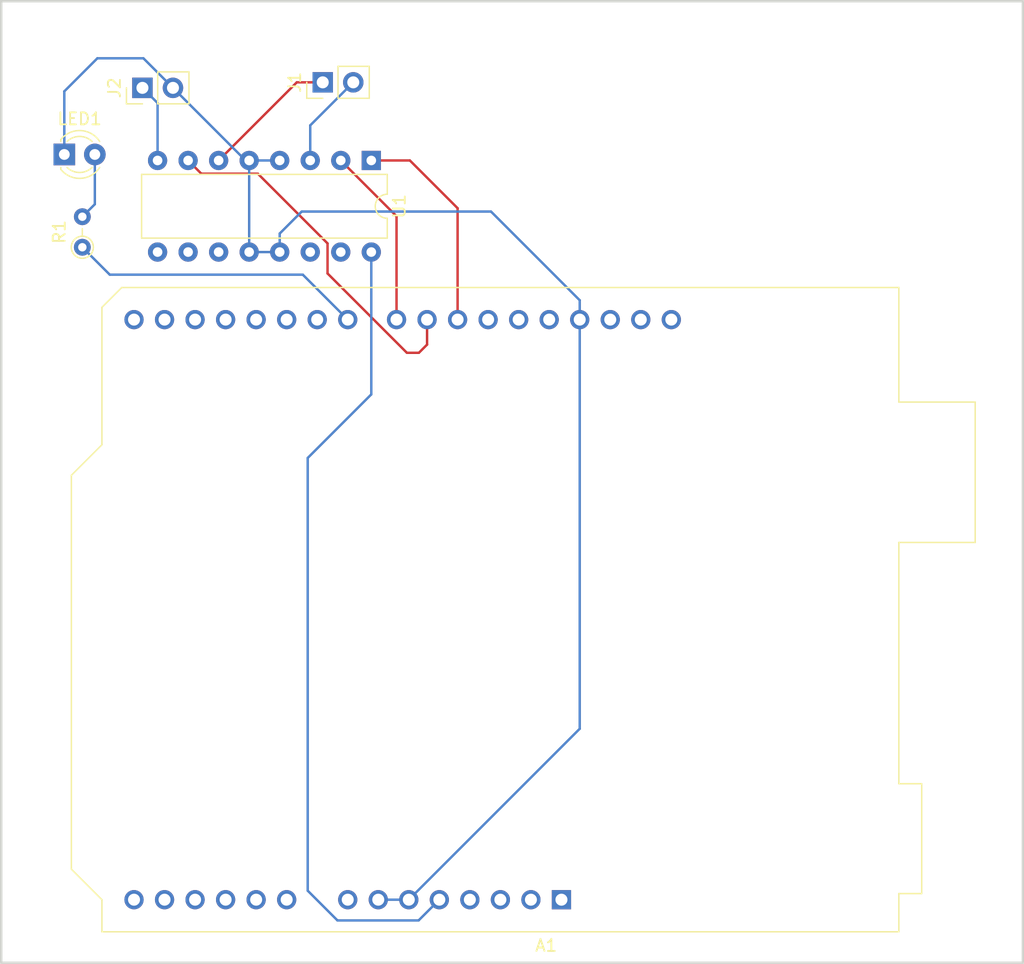
<source format=kicad_pcb>
(kicad_pcb (version 20240108) (generator "pcbnew") (generator_version "8.0")
  (layers (0 "F.Cu" signal) (31 "B.Cu" signal) (34 "B.Paste" user) (35 "F.Paste" user) (36 "B.SilkS" user "B.Silkscreen") (37 "F.SilkS" user "F.Silkscreen") (38 "B.Mask" user) (39 "F.Mask" user) (44 "Edge.Cuts" user))
  (net 0 "")
  (net 1 "Net-(A1-D8)")
  (net 10 "GND")
  (net 15 "Net-(A1-+5V)")
  (net 17 "Net-(A1-D9)")
  (net 20 "Net-(A1-D10)")
  (net 25 "Net-(A1-D7)")
  (net 31 "Motor terminal 1")
  (net 32 "Motor terminal 2")
  (net 33 "+9V")
  (net 34 "Net-(LED1-A)")
  (footprint "Connector_PinHeader_2.54mm:PinHeader_1x02_P2.54mm_Vertical" (layer "F.Cu") (at 75.315 24.63 90)
    (property "Reference" "J1" (at 0 -2.33 90) (layer "F.SilkS"))
    (property "Value" "Conn_01x02_Pin")
    (fp_line (start -1.33 -1.33) (end 0 -1.33) (stroke (width 0.12)) (layer "F.SilkS"))
    (fp_line (start -1.33 0) (end -1.33 -1.33) (stroke (width 0.12)) (layer "F.SilkS"))
    (fp_line (start 1.33 1.27) (end 1.33 3.87) (stroke (width 0.12)) (layer "F.SilkS"))
    (fp_line (start -1.33 1.27) (end 1.33 1.27) (stroke (width 0.12)) (layer "F.SilkS"))
    (fp_line (start -1.33 1.27) (end -1.33 3.87) (stroke (width 0.12)) (layer "F.SilkS"))
    (fp_line (start -1.33 3.87) (end 1.33 3.87) (stroke (width 0.12)) (layer "F.SilkS"))
    (pad "1" thru_hole rect (at 0 0 90) (size 1.7 1.7) (drill 1) (layers "*.Cu" "*.Mask") (net 32 "Motor terminal 2"))
    (pad "2" thru_hole oval (at 0 2.54 90) (size 1.7 1.7) (drill 1) (layers "*.Cu" "*.Mask") (net 31 "Motor terminal 1"))
  )
  (footprint "Connector_PinHeader_2.54mm:PinHeader_1x02_P2.54mm_Vertical" (layer "F.Cu") (at 60.315 25.09 90)
    (property "Reference" "J2" (at 0 -2.33 90) (layer "F.SilkS"))
    (property "Value" "Conn_01x02_Pin")
    (fp_line (start -1.33 -1.33) (end 0 -1.33) (stroke (width 0.12)) (layer "F.SilkS"))
    (fp_line (start -1.33 0) (end -1.33 -1.33) (stroke (width 0.12)) (layer "F.SilkS"))
    (fp_line (start 1.33 1.27) (end 1.33 3.87) (stroke (width 0.12)) (layer "F.SilkS"))
    (fp_line (start -1.33 1.27) (end 1.33 1.27) (stroke (width 0.12)) (layer "F.SilkS"))
    (fp_line (start -1.33 1.27) (end -1.33 3.87) (stroke (width 0.12)) (layer "F.SilkS"))
    (fp_line (start -1.33 3.87) (end 1.33 3.87) (stroke (width 0.12)) (layer "F.SilkS"))
    (pad "1" thru_hole rect (at 0 0 90) (size 1.7 1.7) (drill 1) (layers "*.Cu" "*.Mask") (net 33 "+9V"))
    (pad "2" thru_hole oval (at 0 2.54 90) (size 1.7 1.7) (drill 1) (layers "*.Cu" "*.Mask") (net 10 "GND"))
  )
  (footprint "LED_THT:LED_D3.0mm" (layer "F.Cu") (at 53.815 30.63)
    (property "Reference" "LED1" (at 1.27 -2.96 0) (layer "F.SilkS"))
    (property "Value" "LED")
    (fp_line (start -0.29 -1.236) (end -0.29 -1.08) (stroke (width 0.12)) (layer "F.SilkS"))
    (fp_line (start -0.29 1.08) (end -0.29 1.236) (stroke (width 0.12)) (layer "F.SilkS"))
    (fp_arc (start -0.29 -1.235516) (mid 1.365624 -1.987701) (end 2.941397 -1.080061) (stroke (width 0.12)) (layer "F.SilkS"))
    (fp_arc (start 0.229039 -1.08) (mid 1.269965 -1.5) (end 2.31091 -1.080049) (stroke (width 0.12)) (layer "F.SilkS"))
    (fp_arc (start 2.31091 1.080049) (mid 1.269965 1.5) (end 0.229039 1.08) (stroke (width 0.12)) (layer "F.SilkS"))
    (fp_arc (start 2.941397 1.080061) (mid 1.365624 1.987701) (end -0.29 1.235516) (stroke (width 0.12)) (layer "F.SilkS"))
    (pad "1" thru_hole rect (at 0 0) (size 1.8 1.8) (drill 0.9) (layers "*.Cu" "*.Mask") (net 10 "GND"))
    (pad "2" thru_hole circle (at 2.54 0) (size 1.8 1.8) (drill 0.9) (layers "*.Cu" "*.Mask") (net 34 "Net-(LED1-A)"))
  )
  (footprint "Package_DIP:DIP-16_W7.62mm" (layer "F.Cu") (at 79.355 31.13 -90)
    (property "Reference" "U1" (at 3.81 -2.33 90) (layer "F.SilkS"))
    (property "Value" "L293D")
    (fp_line (start 1.16 19.11) (end 6.46 19.11) (stroke (width 0.12)) (layer "F.SilkS"))
    (fp_line (start 6.46 19.11) (end 6.46 -1.33) (stroke (width 0.12)) (layer "F.SilkS"))
    (fp_line (start 1.16 -1.33) (end 1.16 19.11) (stroke (width 0.12)) (layer "F.SilkS"))
    (fp_line (start 2.81 -1.33) (end 1.16 -1.33) (stroke (width 0.12)) (layer "F.SilkS"))
    (fp_line (start 6.46 -1.33) (end 4.81 -1.33) (stroke (width 0.12)) (layer "F.SilkS"))
    (fp_arc (start 4.81 -1.33) (mid 3.81 -0.33) (end 2.81 -1.33) (stroke (width 0.12)) (layer "F.SilkS"))
    (pad "1" thru_hole rect (at 0 0 270) (size 1.6 1.6) (drill 0.8) (layers "*.Cu" "*.Mask") (net 20 "Net-(A1-D10)"))
    (pad "2" thru_hole oval (at 0 2.54 270) (size 1.6 1.6) (drill 0.8) (layers "*.Cu" "*.Mask") (net 1 "Net-(A1-D8)"))
    (pad "3" thru_hole oval (at 0 5.08 270) (size 1.6 1.6) (drill 0.8) (layers "*.Cu" "*.Mask") (net 31 "Motor terminal 1"))
    (pad "4" thru_hole oval (at 0 7.62 270) (size 1.6 1.6) (drill 0.8) (layers "*.Cu" "*.Mask") (net 10 "GND"))
    (pad "5" thru_hole oval (at 0 10.16 270) (size 1.6 1.6) (drill 0.8) (layers "*.Cu" "*.Mask") (net 10 "GND"))
    (pad "6" thru_hole oval (at 0 12.7 270) (size 1.6 1.6) (drill 0.8) (layers "*.Cu" "*.Mask") (net 32 "Motor terminal 2"))
    (pad "7" thru_hole oval (at 0 15.24 270) (size 1.6 1.6) (drill 0.8) (layers "*.Cu" "*.Mask") (net 17 "Net-(A1-D9)"))
    (pad "8" thru_hole oval (at 0 17.78 270) (size 1.6 1.6) (drill 0.8) (layers "*.Cu" "*.Mask") (net 33 "+9V"))
    (pad "9" thru_hole oval (at 7.62 17.78 270) (size 1.6 1.6) (drill 0.8) (layers "*.Cu" "*.Mask"))
    (pad "10" thru_hole oval (at 7.62 15.24 270) (size 1.6 1.6) (drill 0.8) (layers "*.Cu" "*.Mask"))
    (pad "11" thru_hole oval (at 7.62 12.7 270) (size 1.6 1.6) (drill 0.8) (layers "*.Cu" "*.Mask"))
    (pad "12" thru_hole oval (at 7.62 10.16 270) (size 1.6 1.6) (drill 0.8) (layers "*.Cu" "*.Mask") (net 10 "GND"))
    (pad "13" thru_hole oval (at 7.62 7.62 270) (size 1.6 1.6) (drill 0.8) (layers "*.Cu" "*.Mask") (net 10 "GND"))
    (pad "14" thru_hole oval (at 7.62 5.08 270) (size 1.6 1.6) (drill 0.8) (layers "*.Cu" "*.Mask"))
    (pad "15" thru_hole oval (at 7.62 2.54 270) (size 1.6 1.6) (drill 0.8) (layers "*.Cu" "*.Mask"))
    (pad "16" thru_hole oval (at 7.62 0 270) (size 1.6 1.6) (drill 0.8) (layers "*.Cu" "*.Mask") (net 15 "Net-(A1-+5V)"))
  )
  (footprint "Module:Arduino_UNO_R3" (layer "F.Cu") (at 95.175 92.63 180)
    (property "Reference" "A1" (at 1.27 -3.81 360) (layer "F.SilkS"))
    (property "Value" "Arduino_UNO_R3")
    (fp_line (start 40.77 35.31) (end 40.77 2.54) (stroke (width 0.12)) (layer "F.SilkS"))
    (fp_line (start 40.77 2.54) (end 38.23 0) (stroke (width 0.12)) (layer "F.SilkS"))
    (fp_line (start 38.23 49.28) (end 38.23 37.85) (stroke (width 0.12)) (layer "F.SilkS"))
    (fp_line (start 38.23 37.85) (end 40.77 35.31) (stroke (width 0.12)) (layer "F.SilkS"))
    (fp_line (start 38.23 0) (end 38.23 -2.67) (stroke (width 0.12)) (layer "F.SilkS"))
    (fp_line (start 38.23 -2.67) (end -28.07 -2.67) (stroke (width 0.12)) (layer "F.SilkS"))
    (fp_line (start 36.58 50.93) (end 38.23 49.28) (stroke (width 0.12)) (layer "F.SilkS"))
    (fp_line (start -28.07 50.93) (end 36.58 50.93) (stroke (width 0.12)) (layer "F.SilkS"))
    (fp_line (start -28.07 41.4) (end -28.07 50.93) (stroke (width 0.12)) (layer "F.SilkS"))
    (fp_line (start -28.07 29.72) (end -34.42 29.72) (stroke (width 0.12)) (layer "F.SilkS"))
    (fp_line (start -28.07 9.65) (end -28.07 29.72) (stroke (width 0.12)) (layer "F.SilkS"))
    (fp_line (start -28.07 0.51) (end -29.97 0.51) (stroke (width 0.12)) (layer "F.SilkS"))
    (fp_line (start -28.07 -2.67) (end -28.07 0.51) (stroke (width 0.12)) (layer "F.SilkS"))
    (fp_line (start -29.97 9.65) (end -28.07 9.65) (stroke (width 0.12)) (layer "F.SilkS"))
    (fp_line (start -29.97 0.51) (end -29.97 9.65) (stroke (width 0.12)) (layer "F.SilkS"))
    (fp_line (start -34.42 41.4) (end -28.07 41.4) (stroke (width 0.12)) (layer "F.SilkS"))
    (fp_line (start -34.42 29.72) (end -34.42 41.4) (stroke (width 0.12)) (layer "F.SilkS"))
    (pad "1" thru_hole rect (at 0 0 270) (size 1.6 1.6) (drill 1) (layers "*.Cu" "*.Mask"))
    (pad "2" thru_hole oval (at 2.54 0 270) (size 1.6 1.6) (drill 1) (layers "*.Cu" "*.Mask"))
    (pad "3" thru_hole oval (at 5.08 0 270) (size 1.6 1.6) (drill 1) (layers "*.Cu" "*.Mask"))
    (pad "4" thru_hole oval (at 7.62 0 270) (size 1.6 1.6) (drill 1) (layers "*.Cu" "*.Mask"))
    (pad "5" thru_hole oval (at 10.16 0 270) (size 1.6 1.6) (drill 1) (layers "*.Cu" "*.Mask") (net 15 "Net-(A1-+5V)"))
    (pad "6" thru_hole oval (at 12.7 0 270) (size 1.6 1.6) (drill 1) (layers "*.Cu" "*.Mask") (net 10 "GND"))
    (pad "7" thru_hole oval (at 15.24 0 270) (size 1.6 1.6) (drill 1) (layers "*.Cu" "*.Mask") (net 10 "GND"))
    (pad "8" thru_hole oval (at 17.78 0 270) (size 1.6 1.6) (drill 1) (layers "*.Cu" "*.Mask"))
    (pad "9" thru_hole oval (at 22.86 0 270) (size 1.6 1.6) (drill 1) (layers "*.Cu" "*.Mask"))
    (pad "10" thru_hole oval (at 25.4 0 270) (size 1.6 1.6) (drill 1) (layers "*.Cu" "*.Mask"))
    (pad "11" thru_hole oval (at 27.94 0 270) (size 1.6 1.6) (drill 1) (layers "*.Cu" "*.Mask"))
    (pad "12" thru_hole oval (at 30.48 0 270) (size 1.6 1.6) (drill 1) (layers "*.Cu" "*.Mask"))
    (pad "13" thru_hole oval (at 33.02 0 270) (size 1.6 1.6) (drill 1) (layers "*.Cu" "*.Mask"))
    (pad "14" thru_hole oval (at 35.56 0 270) (size 1.6 1.6) (drill 1) (layers "*.Cu" "*.Mask"))
    (pad "15" thru_hole oval (at 35.56 48.26 270) (size 1.6 1.6) (drill 1) (layers "*.Cu" "*.Mask"))
    (pad "16" thru_hole oval (at 33.02 48.26 270) (size 1.6 1.6) (drill 1) (layers "*.Cu" "*.Mask"))
    (pad "17" thru_hole oval (at 30.48 48.26 270) (size 1.6 1.6) (drill 1) (layers "*.Cu" "*.Mask"))
    (pad "18" thru_hole oval (at 27.94 48.26 270) (size 1.6 1.6) (drill 1) (layers "*.Cu" "*.Mask"))
    (pad "19" thru_hole oval (at 25.4 48.26 270) (size 1.6 1.6) (drill 1) (layers "*.Cu" "*.Mask"))
    (pad "20" thru_hole oval (at 22.86 48.26 270) (size 1.6 1.6) (drill 1) (layers "*.Cu" "*.Mask"))
    (pad "21" thru_hole oval (at 20.32 48.26 270) (size 1.6 1.6) (drill 1) (layers "*.Cu" "*.Mask"))
    (pad "22" thru_hole oval (at 17.78 48.26 270) (size 1.6 1.6) (drill 1) (layers "*.Cu" "*.Mask") (net 25 "Net-(A1-D7)"))
    (pad "23" thru_hole oval (at 13.72 48.26 270) (size 1.6 1.6) (drill 1) (layers "*.Cu" "*.Mask") (net 1 "Net-(A1-D8)"))
    (pad "24" thru_hole oval (at 11.18 48.26 270) (size 1.6 1.6) (drill 1) (layers "*.Cu" "*.Mask") (net 17 "Net-(A1-D9)"))
    (pad "25" thru_hole oval (at 8.64 48.26 270) (size 1.6 1.6) (drill 1) (layers "*.Cu" "*.Mask") (net 20 "Net-(A1-D10)"))
    (pad "26" thru_hole oval (at 6.1 48.26 270) (size 1.6 1.6) (drill 1) (layers "*.Cu" "*.Mask"))
    (pad "27" thru_hole oval (at 3.56 48.26 270) (size 1.6 1.6) (drill 1) (layers "*.Cu" "*.Mask"))
    (pad "28" thru_hole oval (at 1.02 48.26 270) (size 1.6 1.6) (drill 1) (layers "*.Cu" "*.Mask"))
    (pad "29" thru_hole oval (at -1.52 48.26 270) (size 1.6 1.6) (drill 1) (layers "*.Cu" "*.Mask") (net 10 "GND"))
    (pad "30" thru_hole oval (at -4.06 48.26 270) (size 1.6 1.6) (drill 1) (layers "*.Cu" "*.Mask"))
    (pad "31" thru_hole oval (at -6.6 48.26 270) (size 1.6 1.6) (drill 1) (layers "*.Cu" "*.Mask"))
    (pad "32" thru_hole oval (at -9.14 48.26 270) (size 1.6 1.6) (drill 1) (layers "*.Cu" "*.Mask"))
  )
  (footprint "Resistor_THT:R_Axial_DIN0204_L3.6mm_D1.6mm_P2.54mm_Vertical" (layer "F.Cu") (at 55.315 38.35 90)
    (property "Reference" "R1" (at 1.27 -1.92 90) (layer "F.SilkS"))
    (property "Value" "250")
    (fp_line (start 0.92 0) (end 1.54 0) (stroke (width 0.12)) (layer "F.SilkS"))
    (fp_circle (center 0 0) (end 0.92 0) (stroke (width 0.12)) (fill none) (layer "F.SilkS"))
    (pad "1" thru_hole circle (at 0 0 90) (size 1.4 1.4) (drill 0.7) (layers "*.Cu" "*.Mask") (net 25 "Net-(A1-D7)"))
    (pad "2" thru_hole oval (at 2.54 0 90) (size 1.4 1.4) (drill 0.7) (layers "*.Cu" "*.Mask") (net 34 "Net-(LED1-A)"))
  )
  (gr_rect (start 48.565 17.88) (end 133.565 97.88) (stroke (width 0.2)) (fill none) (layer "Edge.Cuts"))
  (segment (start 81.455 35.77) (end 81.455 44.37) (width 0.2) (layer "F.Cu") (net 1))
  (segment (start 76.815 31.13) (end 81.455 35.77) (width 0.2) (layer "F.Cu") (net 1))
  (segment (start 53.815 30.63) (end 53.815 25.38) (width 0.2) (layer "B.Cu") (net 10))
  (segment (start 82.475 92.63) (end 79.935 92.63) (width 0.2) (layer "B.Cu") (net 10))
  (segment (start 71.735 38.75) (end 71.735 37.21) (width 0.2) (layer "B.Cu") (net 10))
  (segment (start 96.695 44.37) (end 96.695 78.41) (width 0.2) (layer "B.Cu") (net 10))
  (segment (start 96.695 78.41) (end 82.475 92.63) (width 0.2) (layer "B.Cu") (net 10))
  (segment (start 56.565 22.63) (end 60.395 22.63) (width 0.2) (layer "B.Cu") (net 10))
  (segment (start 73.565 35.38) (end 89.315 35.38) (width 0.2) (layer "B.Cu") (net 10))
  (segment (start 62.855 25.09) (end 68.895 31.13) (width 0.2) (layer "B.Cu") (net 10))
  (segment (start 69.195 31.13) (end 71.735 31.13) (width 0.2) (layer "B.Cu") (net 10))
  (segment (start 68.895 31.13) (end 69.195 31.13) (width 0.2) (layer "B.Cu") (net 10))
  (segment (start 53.815 25.38) (end 56.565 22.63) (width 0.2) (layer "B.Cu") (net 10))
  (segment (start 71.735 37.21) (end 73.565 35.38) (width 0.2) (layer "B.Cu") (net 10))
  (segment (start 89.315 35.38) (end 96.695 42.76) (width 0.2) (layer "B.Cu") (net 10))
  (segment (start 69.195 38.75) (end 71.735 38.75) (width 0.2) (layer "B.Cu") (net 10))
  (segment (start 60.395 22.63) (end 62.855 25.09) (width 0.2) (layer "B.Cu") (net 10))
  (segment (start 69.195 38.75) (end 69.195 31.13) (width 0.2) (layer "B.Cu") (net 10))
  (segment (start 96.695 42.76) (end 96.695 44.37) (width 0.2) (layer "B.Cu") (net 10))
  (segment (start 74.065 91.88) (end 74.065 55.88) (width 0.2) (layer "B.Cu") (net 15))
  (segment (start 74.065 55.88) (end 79.355 50.59) (width 0.2) (layer "B.Cu") (net 15))
  (segment (start 79.355 50.59) (end 79.355 38.75) (width 0.2) (layer "B.Cu") (net 15))
  (segment (start 83.29 94.355) (end 76.54 94.355) (width 0.2) (layer "B.Cu") (net 15))
  (segment (start 76.54 94.355) (end 74.065 91.88) (width 0.2) (layer "B.Cu") (net 15))
  (segment (start 85.015 92.63) (end 83.29 94.355) (width 0.2) (layer "B.Cu") (net 15))
  (segment (start 69.915 32.23) (end 65.215 32.23) (width 0.2) (layer "F.Cu") (net 17))
  (segment (start 75.715 38.03) (end 69.915 32.23) (width 0.2) (layer "F.Cu") (net 17))
  (segment (start 83.315 47.13) (end 82.315 47.13) (width 0.2) (layer "F.Cu") (net 17))
  (segment (start 82.315 47.13) (end 75.715 40.53) (width 0.2) (layer "F.Cu") (net 17))
  (segment (start 75.715 40.53) (end 75.715 38.03) (width 0.2) (layer "F.Cu") (net 17))
  (segment (start 83.995 46.45) (end 83.315 47.13) (width 0.2) (layer "F.Cu") (net 17))
  (segment (start 83.995 44.37) (end 83.995 46.45) (width 0.2) (layer "F.Cu") (net 17))
  (segment (start 65.215 32.23) (end 64.115 31.13) (width 0.2) (layer "F.Cu") (net 17))
  (segment (start 82.565 31.13) (end 86.535 35.1) (width 0.2) (layer "F.Cu") (net 20))
  (segment (start 86.535 35.1) (end 86.535 44.37) (width 0.2) (layer "F.Cu") (net 20))
  (segment (start 79.355 31.13) (end 82.565 31.13) (width 0.2) (layer "F.Cu") (net 20))
  (segment (start 73.655 40.63) (end 77.395 44.37) (width 0.2) (layer "B.Cu") (net 25))
  (segment (start 55.315 38.35) (end 57.595 40.63) (width 0.2) (layer "B.Cu") (net 25))
  (segment (start 57.595 40.63) (end 73.655 40.63) (width 0.2) (layer "B.Cu") (net 25))
  (segment (start 74.275 31.13) (end 74.275 28.21) (width 0.2) (layer "B.Cu") (net 31))
  (segment (start 74.275 28.21) (end 77.855 24.63) (width 0.2) (layer "B.Cu") (net 31))
  (segment (start 73.155 24.63) (end 75.315 24.63) (width 0.2) (layer "F.Cu") (net 32))
  (segment (start 66.655 31.13) (end 73.155 24.63) (width 0.2) (layer "F.Cu") (net 32))
  (segment (start 61.575 31.13) (end 61.575 26.35) (width 0.2) (layer "B.Cu") (net 33))
  (segment (start 61.575 26.35) (end 60.315 25.09) (width 0.2) (layer "B.Cu") (net 33))
  (segment (start 55.315 35.81) (end 56.355 34.77) (width 0.2) (layer "B.Cu") (net 34))
  (segment (start 56.355 34.77) (end 56.355 30.63) (width 0.2) (layer "B.Cu") (net 34))
)
</source>
